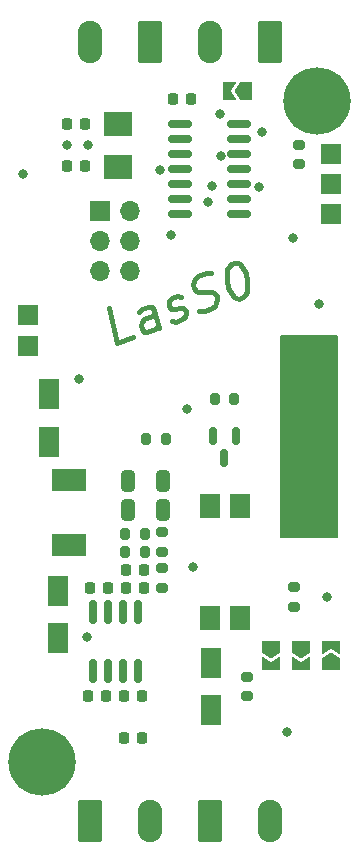
<source format=gts>
%TF.GenerationSoftware,KiCad,Pcbnew,(5.99.0-11393-ga06b95bb1f)*%
%TF.CreationDate,2021-07-10T21:53:40+02:00*%
%TF.ProjectId,LasS0,4c617353-302e-46b6-9963-61645f706362,v0.1*%
%TF.SameCoordinates,Original*%
%TF.FileFunction,Soldermask,Top*%
%TF.FilePolarity,Negative*%
%FSLAX46Y46*%
G04 Gerber Fmt 4.6, Leading zero omitted, Abs format (unit mm)*
G04 Created by KiCad (PCBNEW (5.99.0-11393-ga06b95bb1f)) date 2021-07-10 21:53:40*
%MOMM*%
%LPD*%
G01*
G04 APERTURE LIST*
G04 Aperture macros list*
%AMRoundRect*
0 Rectangle with rounded corners*
0 $1 Rounding radius*
0 $2 $3 $4 $5 $6 $7 $8 $9 X,Y pos of 4 corners*
0 Add a 4 corners polygon primitive as box body*
4,1,4,$2,$3,$4,$5,$6,$7,$8,$9,$2,$3,0*
0 Add four circle primitives for the rounded corners*
1,1,$1+$1,$2,$3*
1,1,$1+$1,$4,$5*
1,1,$1+$1,$6,$7*
1,1,$1+$1,$8,$9*
0 Add four rect primitives between the rounded corners*
20,1,$1+$1,$2,$3,$4,$5,0*
20,1,$1+$1,$4,$5,$6,$7,0*
20,1,$1+$1,$6,$7,$8,$9,0*
20,1,$1+$1,$8,$9,$2,$3,0*%
%AMFreePoly0*
4,1,6,1.000000,0.000000,0.500000,-0.750000,-0.500000,-0.750000,-0.500000,0.750000,0.500000,0.750000,1.000000,0.000000,1.000000,0.000000,$1*%
%AMFreePoly1*
4,1,6,0.500000,-0.750000,-0.650000,-0.750000,-0.150000,0.000000,-0.650000,0.750000,0.500000,0.750000,0.500000,-0.750000,0.500000,-0.750000,$1*%
G04 Aperture macros list end*
%ADD10C,0.400000*%
%ADD11C,0.150000*%
%ADD12R,2.400000X2.000000*%
%ADD13RoundRect,0.225000X-0.225000X-0.250000X0.225000X-0.250000X0.225000X0.250000X-0.225000X0.250000X0*%
%ADD14RoundRect,0.249999X0.790001X1.550001X-0.790001X1.550001X-0.790001X-1.550001X0.790001X-1.550001X0*%
%ADD15O,2.080000X3.600000*%
%ADD16RoundRect,0.200000X0.200000X0.275000X-0.200000X0.275000X-0.200000X-0.275000X0.200000X-0.275000X0*%
%ADD17RoundRect,0.150000X-0.825000X-0.150000X0.825000X-0.150000X0.825000X0.150000X-0.825000X0.150000X0*%
%ADD18FreePoly0,270.000000*%
%ADD19FreePoly1,270.000000*%
%ADD20RoundRect,0.250000X-0.325000X-0.650000X0.325000X-0.650000X0.325000X0.650000X-0.325000X0.650000X0*%
%ADD21R,1.700000X1.700000*%
%ADD22R,1.780000X2.000000*%
%ADD23RoundRect,0.200000X-0.275000X0.200000X-0.275000X-0.200000X0.275000X-0.200000X0.275000X0.200000X0*%
%ADD24R,1.800000X2.500000*%
%ADD25FreePoly0,180.000000*%
%ADD26FreePoly1,180.000000*%
%ADD27RoundRect,0.150000X-0.150000X0.587500X-0.150000X-0.587500X0.150000X-0.587500X0.150000X0.587500X0*%
%ADD28RoundRect,0.225000X0.225000X0.250000X-0.225000X0.250000X-0.225000X-0.250000X0.225000X-0.250000X0*%
%ADD29C,5.700000*%
%ADD30RoundRect,0.200000X0.275000X-0.200000X0.275000X0.200000X-0.275000X0.200000X-0.275000X-0.200000X0*%
%ADD31O,1.600000X1.600000*%
%ADD32C,1.600000*%
%ADD33RoundRect,0.225000X0.675000X-0.225000X0.675000X0.225000X-0.675000X0.225000X-0.675000X-0.225000X0*%
%ADD34RoundRect,0.200000X-0.200000X-0.275000X0.200000X-0.275000X0.200000X0.275000X-0.200000X0.275000X0*%
%ADD35RoundRect,0.249999X-0.790001X-1.550001X0.790001X-1.550001X0.790001X1.550001X-0.790001X1.550001X0*%
%ADD36O,1.700000X1.700000*%
%ADD37R,3.000000X1.950000*%
%ADD38FreePoly0,90.000000*%
%ADD39FreePoly1,90.000000*%
%ADD40RoundRect,0.150000X0.150000X-0.825000X0.150000X0.825000X-0.150000X0.825000X-0.150000X-0.825000X0*%
%ADD41C,0.800000*%
G04 APERTURE END LIST*
D10*
X144560663Y-92016527D02*
X143218245Y-92505127D01*
X142544570Y-89557792D01*
X146708532Y-91234767D02*
X146355655Y-89690924D01*
X146157253Y-89459086D01*
X145856690Y-89416457D01*
X145319723Y-89611897D01*
X145083319Y-89849966D01*
X146676452Y-91094417D02*
X146440049Y-91332487D01*
X145768840Y-91576787D01*
X145468276Y-91534158D01*
X145269875Y-91302319D01*
X145205715Y-91021620D01*
X145275797Y-90692062D01*
X145512201Y-90453992D01*
X146183410Y-90209692D01*
X146419814Y-89971623D01*
X147884629Y-90654677D02*
X148185192Y-90697307D01*
X148722159Y-90501866D01*
X148958563Y-90263797D01*
X149028645Y-89934238D01*
X148996566Y-89793889D01*
X148798164Y-89562051D01*
X148497601Y-89519421D01*
X148094875Y-89666001D01*
X147794312Y-89623372D01*
X147595911Y-89391534D01*
X147563831Y-89251184D01*
X147633913Y-88921626D01*
X147870317Y-88683556D01*
X148273042Y-88536976D01*
X148573606Y-88579605D01*
X150166739Y-89824057D02*
X150601545Y-89817826D01*
X151272754Y-89573526D01*
X151509157Y-89335457D01*
X151611319Y-89146247D01*
X151681402Y-88816689D01*
X151617242Y-88535990D01*
X151418841Y-88304152D01*
X151252519Y-88212662D01*
X150951956Y-88170033D01*
X150382909Y-88225124D01*
X150082345Y-88182495D01*
X149916024Y-88091005D01*
X149717622Y-87859167D01*
X149653463Y-87578468D01*
X149723545Y-87248909D01*
X149825707Y-87059700D01*
X150062111Y-86821631D01*
X150733320Y-86577331D01*
X151168125Y-86571100D01*
X152881189Y-85795570D02*
X153149672Y-85697850D01*
X153450236Y-85740480D01*
X153616557Y-85831969D01*
X153814959Y-86063807D01*
X154077519Y-86576345D01*
X154237918Y-87278091D01*
X154231996Y-87888348D01*
X154161914Y-88217907D01*
X154059752Y-88407116D01*
X153823348Y-88645186D01*
X153554864Y-88742906D01*
X153254301Y-88700276D01*
X153087979Y-88608787D01*
X152889578Y-88376949D01*
X152627017Y-87864411D01*
X152466618Y-87162665D01*
X152472540Y-86552408D01*
X152542623Y-86222849D01*
X152644785Y-86033640D01*
X152881189Y-85795570D01*
D11*
%TO.C,LOGO1*%
X157071600Y-91922800D02*
X157071600Y-108890000D01*
X157071600Y-108890000D02*
X161796000Y-108890000D01*
X161796000Y-108890000D02*
X161796000Y-91922800D01*
X161796000Y-91922800D02*
X157071600Y-91922800D01*
G36*
X161796000Y-108890000D02*
G01*
X157071600Y-108890000D01*
X157071600Y-91922800D01*
X161796000Y-91922800D01*
X161796000Y-108890000D01*
G37*
X161796000Y-108890000D02*
X157071600Y-108890000D01*
X157071600Y-91922800D01*
X161796000Y-91922800D01*
X161796000Y-108890000D01*
%TD*%
D12*
%TO.C,Y1*%
X143258000Y-77620000D03*
X143258000Y-73920000D03*
%TD*%
D13*
%TO.C,C11*%
X138927000Y-73992000D03*
X140477000Y-73992000D03*
%TD*%
D14*
%TO.C,J3*%
X145970000Y-66990000D03*
D15*
X140890000Y-66990000D03*
%TD*%
D16*
%TO.C,R12*%
X153101500Y-97234500D03*
X151451500Y-97234500D03*
%TD*%
D17*
%TO.C,U3*%
X148555400Y-73941200D03*
X148555400Y-75211200D03*
X148555400Y-76481200D03*
X148555400Y-77751200D03*
X148555400Y-79021200D03*
X148555400Y-80291200D03*
X148555400Y-81561200D03*
X153505400Y-81561200D03*
X153505400Y-80291200D03*
X153505400Y-79021200D03*
X153505400Y-77751200D03*
X153505400Y-76481200D03*
X153505400Y-75211200D03*
X153505400Y-73941200D03*
%TD*%
D18*
%TO.C,JP1_VCC1*%
X156212000Y-118225000D03*
D19*
X156212000Y-119675000D03*
%TD*%
D20*
%TO.C,C8*%
X144114000Y-106604000D03*
X147064000Y-106604000D03*
%TD*%
D21*
%TO.C,J10*%
X135638000Y-92788000D03*
%TD*%
D13*
%TO.C,C3*%
X140877000Y-113208000D03*
X142427000Y-113208000D03*
%TD*%
D22*
%TO.C,U2*%
X153590000Y-106284000D03*
X151050000Y-106284000D03*
X151050000Y-115814000D03*
X153590000Y-115814000D03*
%TD*%
D23*
%TO.C,R5*%
X158625000Y-75707000D03*
X158625000Y-77357000D03*
%TD*%
D24*
%TO.C,D1*%
X138223000Y-113494000D03*
X138223000Y-117494000D03*
%TD*%
D21*
%TO.C,J6*%
X135638000Y-90121000D03*
%TD*%
D25*
%TO.C,JP2_D1*%
X154143000Y-71198000D03*
D26*
X152693000Y-71198000D03*
%TD*%
D13*
%TO.C,C5*%
X143925000Y-113208000D03*
X145475000Y-113208000D03*
%TD*%
D27*
%TO.C,Q2*%
X153226500Y-100361000D03*
X151326500Y-100361000D03*
X152276500Y-102236000D03*
%TD*%
D21*
%TO.C,J9*%
X161292000Y-81612000D03*
%TD*%
D23*
%TO.C,R10*%
X158162000Y-113195800D03*
X158162000Y-114845800D03*
%TD*%
%TO.C,R4*%
X146986000Y-108510000D03*
X146986000Y-110160000D03*
%TD*%
D28*
%TO.C,C2*%
X142300000Y-122352000D03*
X140750000Y-122352000D03*
%TD*%
D24*
%TO.C,D3*%
X151177000Y-123590000D03*
X151177000Y-119590000D03*
%TD*%
D21*
%TO.C,J7*%
X161292000Y-76532000D03*
%TD*%
D29*
%TO.C,H2*%
X136860000Y-127990000D03*
%TD*%
D14*
%TO.C,J4*%
X156130000Y-66990000D03*
D15*
X151050000Y-66990000D03*
%TD*%
D30*
%TO.C,R1*%
X146986000Y-113208000D03*
X146986000Y-111558000D03*
%TD*%
D16*
%TO.C,R8*%
X147303000Y-100635000D03*
X145653000Y-100635000D03*
%TD*%
D21*
%TO.C,J8*%
X161292000Y-79072000D03*
%TD*%
D24*
%TO.C,D2*%
X137461000Y-96857000D03*
X137461000Y-100857000D03*
%TD*%
D28*
%TO.C,C1*%
X145348000Y-125908000D03*
X143798000Y-125908000D03*
%TD*%
D31*
%TO.C,LOGO1*%
X158544800Y-96215400D03*
D32*
X158544800Y-103835400D03*
D33*
X158544800Y-100895400D03*
X158544800Y-99155400D03*
%TD*%
D18*
%TO.C,JP1_PU1*%
X158752000Y-118225000D03*
D19*
X158752000Y-119675000D03*
%TD*%
D34*
%TO.C,R2*%
X143875000Y-108636000D03*
X145525000Y-108636000D03*
%TD*%
%TO.C,R3*%
X143875000Y-110160000D03*
X145525000Y-110160000D03*
%TD*%
D35*
%TO.C,J1*%
X140890000Y-132990000D03*
D15*
X145970000Y-132990000D03*
%TD*%
D23*
%TO.C,R9*%
X154180000Y-120765000D03*
X154180000Y-122415000D03*
%TD*%
D13*
%TO.C,C4*%
X143798000Y-122352000D03*
X145348000Y-122352000D03*
%TD*%
D21*
%TO.C,J5*%
X141759400Y-81358000D03*
D36*
X144299400Y-81358000D03*
X141759400Y-83898000D03*
X144299400Y-83898000D03*
X141759400Y-86438000D03*
X144299400Y-86438000D03*
%TD*%
D37*
%TO.C,L1*%
X139112000Y-104108000D03*
X139112000Y-109608000D03*
%TD*%
D35*
%TO.C,J2*%
X151050000Y-132990000D03*
D15*
X156130000Y-132990000D03*
%TD*%
D38*
%TO.C,JP1_D1*%
X161292000Y-119675000D03*
D39*
X161292000Y-118225000D03*
%TD*%
D20*
%TO.C,C7*%
X144114000Y-104191000D03*
X147064000Y-104191000D03*
%TD*%
D29*
%TO.C,H1*%
X160160000Y-72000000D03*
%TD*%
D40*
%TO.C,U1*%
X141144000Y-120255000D03*
X142414000Y-120255000D03*
X143684000Y-120255000D03*
X144954000Y-120255000D03*
X144954000Y-115305000D03*
X143684000Y-115305000D03*
X142414000Y-115305000D03*
X141144000Y-115305000D03*
%TD*%
D13*
%TO.C,C6*%
X143925000Y-111684000D03*
X145475000Y-111684000D03*
%TD*%
D28*
%TO.C,C9*%
X149468600Y-71807600D03*
X147918600Y-71807600D03*
%TD*%
D13*
%TO.C,C10*%
X138927000Y-77548000D03*
X140477000Y-77548000D03*
%TD*%
D41*
X149100000Y-98122000D03*
X138940000Y-75770000D03*
X157609000Y-125427000D03*
X135257000Y-78183000D03*
X160956000Y-113970000D03*
X155450000Y-74627000D03*
X140718000Y-75770000D03*
X140636000Y-117399000D03*
X147748000Y-83363000D03*
X158117000Y-83644000D03*
X149658800Y-111507800D03*
X139956000Y-95582000D03*
X160276000Y-89232000D03*
X151894000Y-73103000D03*
X146814000Y-77859989D03*
X151225900Y-79232100D03*
X152021000Y-76659000D03*
X155196000Y-79326000D03*
X150878000Y-80596000D03*
M02*

</source>
